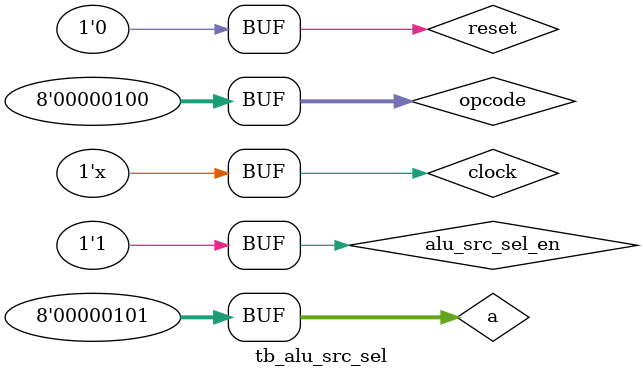
<source format=v>
`timescale 1ns / 1ps

module tb_alu_src_sel;


wire[7:0] alu_in1,alu_in2;

reg clock,reset,alu_src_sel_en;
reg [7:0] opcode,a;
    
alu_src_sel alu_src_sel_obj(clock,reset,alu_src_sel_en,opcode,a,alu_en,alu_in1,alu_in2);

initial
    begin
        a = 8'd5;
        opcode = 8'h04;
        reset = 1'b0;     
        clock = 1'b0;
        
        alu_src_sel_en = 1;
    end
    
    always clock = #5 ~clock;
        
endmodule

</source>
